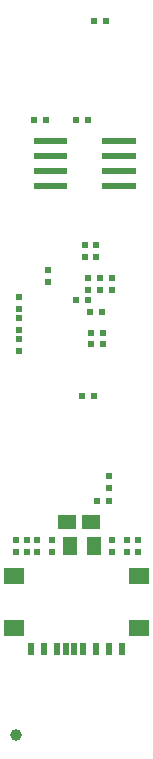
<source format=gbr>
%TF.GenerationSoftware,KiCad,Pcbnew,7.0.9-7.0.9~ubuntu22.04.1*%
%TF.CreationDate,2025-04-08T09:34:51+03:00*%
%TF.ProjectId,PICO2-BB48_Rev_A,5049434f-322d-4424-9234-385f5265765f,A*%
%TF.SameCoordinates,PX8321560PY7f50c60*%
%TF.FileFunction,Paste,Bot*%
%TF.FilePolarity,Positive*%
%FSLAX46Y46*%
G04 Gerber Fmt 4.6, Leading zero omitted, Abs format (unit mm)*
G04 Created by KiCad (PCBNEW 7.0.9-7.0.9~ubuntu22.04.1) date 2025-04-08 09:34:51*
%MOMM*%
%LPD*%
G01*
G04 APERTURE LIST*
%ADD10R,2.200000X0.600000*%
%ADD11R,0.500000X0.550000*%
%ADD12R,0.550000X0.500000*%
%ADD13C,1.000000*%
%ADD14R,1.524000X1.270000*%
%ADD15R,1.270000X1.524000*%
%ADD16R,0.500000X1.000000*%
%ADD17R,1.760000X1.460000*%
G04 APERTURE END LIST*
D10*
%TO.C,U5*%
X12487000Y51712000D03*
X12487000Y50442000D03*
X12487000Y49172000D03*
X12487000Y47902000D03*
X7287000Y47902000D03*
X7287000Y49172000D03*
X7287000Y50442000D03*
X7287000Y51712000D03*
%TD*%
%TO.C,U4*%
X13122000Y51712000D03*
X13122000Y50442000D03*
X13122000Y49172000D03*
X13122000Y47902000D03*
X6652000Y47902000D03*
X6652000Y49172000D03*
X6652000Y50442000D03*
X6652000Y51712000D03*
%TD*%
D11*
%TO.C,R10*%
X11725000Y61872000D03*
X10709000Y61872000D03*
%TD*%
D12*
%TO.C,R7*%
X9947000Y42949000D03*
X9947000Y41933000D03*
%TD*%
%TO.C,R6*%
X10836000Y42949000D03*
X10836000Y41933000D03*
%TD*%
%TO.C,C10*%
X6772000Y40790000D03*
X6772000Y39774000D03*
%TD*%
%TO.C,C4*%
X4359000Y33932000D03*
X4359000Y34948000D03*
%TD*%
%TO.C,R20*%
X7153000Y17930000D03*
X7153000Y16914000D03*
%TD*%
D11*
%TO.C,C17*%
X11344000Y37234000D03*
X10328000Y37234000D03*
%TD*%
D12*
%TO.C,C9*%
X11217000Y40155000D03*
X11217000Y39139000D03*
%TD*%
D11*
%TO.C,C16*%
X9693000Y30122000D03*
X10709000Y30122000D03*
%TD*%
%TO.C,C11*%
X10201000Y38250000D03*
X9185000Y38250000D03*
%TD*%
D13*
%TO.C,FID4*%
X4105000Y1420000D03*
%TD*%
D12*
%TO.C,C3*%
X4359000Y38504000D03*
X4359000Y37488000D03*
%TD*%
D11*
%TO.C,C8*%
X11471000Y35456000D03*
X10455000Y35456000D03*
%TD*%
%TO.C,C26*%
X6645000Y53490000D03*
X5629000Y53490000D03*
%TD*%
D12*
%TO.C,R25*%
X12233000Y17930000D03*
X12233000Y16914000D03*
%TD*%
D11*
%TO.C,R16*%
X9185000Y53490000D03*
X10201000Y53490000D03*
%TD*%
D12*
%TO.C,R23*%
X4105000Y17930000D03*
X4105000Y16914000D03*
%TD*%
%TO.C,C12*%
X10201000Y39139000D03*
X10201000Y40155000D03*
%TD*%
%TO.C,C13*%
X12233000Y39139000D03*
X12233000Y40155000D03*
%TD*%
%TO.C,R21*%
X13503000Y17930000D03*
X13503000Y16914000D03*
%TD*%
%TO.C,R22*%
X14392000Y17930000D03*
X14392000Y16914000D03*
%TD*%
D11*
%TO.C,C7*%
X11471000Y34567000D03*
X10455000Y34567000D03*
%TD*%
D12*
%TO.C,R19*%
X4994000Y17930000D03*
X4994000Y16914000D03*
%TD*%
D14*
%TO.C,L3*%
X8423000Y19454000D03*
X10455000Y19454000D03*
%TD*%
D12*
%TO.C,R24*%
X5883000Y17930000D03*
X5883000Y16914000D03*
%TD*%
D11*
%TO.C,R27*%
X10963000Y21232000D03*
X11979000Y21232000D03*
%TD*%
D15*
%TO.C,C27*%
X8677000Y17422000D03*
X10709000Y17422000D03*
%TD*%
D12*
%TO.C,C15*%
X4359000Y35710000D03*
X4359000Y36726000D03*
%TD*%
D16*
%TO.C,MICRO_SD1*%
X9000000Y8700000D03*
X13050000Y8700000D03*
X11950000Y8700000D03*
X10850000Y8700000D03*
X9750000Y8700000D03*
X8300000Y8700000D03*
X7550000Y8700000D03*
X6450000Y8700000D03*
X5350000Y8700000D03*
D17*
X3900000Y14900000D03*
X3900000Y10450000D03*
X14500000Y14900000D03*
X14500000Y10450000D03*
%TD*%
D12*
%TO.C,R26*%
X11979000Y22375000D03*
X11979000Y23391000D03*
%TD*%
M02*

</source>
